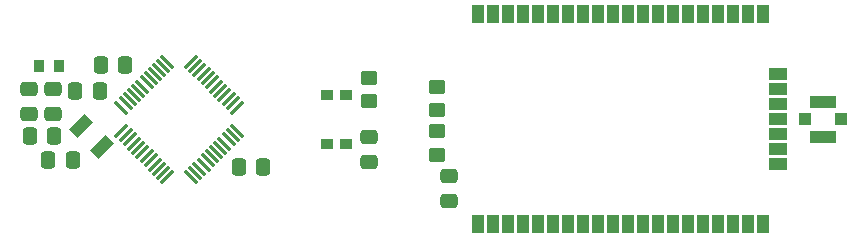
<source format=gtp>
G04 #@! TF.GenerationSoftware,KiCad,Pcbnew,6.0.8-f2edbf62ab~116~ubuntu22.04.1*
G04 #@! TF.CreationDate,2022-10-28T12:05:05+02:00*
G04 #@! TF.ProjectId,FLWSB-SAMDaaNo21,464c5753-422d-4534-914d-4461614e6f32,1.0*
G04 #@! TF.SameCoordinates,Original*
G04 #@! TF.FileFunction,Paste,Top*
G04 #@! TF.FilePolarity,Positive*
%FSLAX46Y46*%
G04 Gerber Fmt 4.6, Leading zero omitted, Abs format (unit mm)*
G04 Created by KiCad (PCBNEW 6.0.8-f2edbf62ab~116~ubuntu22.04.1) date 2022-10-28 12:05:05*
%MOMM*%
%LPD*%
G01*
G04 APERTURE LIST*
G04 Aperture macros list*
%AMRoundRect*
0 Rectangle with rounded corners*
0 $1 Rounding radius*
0 $2 $3 $4 $5 $6 $7 $8 $9 X,Y pos of 4 corners*
0 Add a 4 corners polygon primitive as box body*
4,1,4,$2,$3,$4,$5,$6,$7,$8,$9,$2,$3,0*
0 Add four circle primitives for the rounded corners*
1,1,$1+$1,$2,$3*
1,1,$1+$1,$4,$5*
1,1,$1+$1,$6,$7*
1,1,$1+$1,$8,$9*
0 Add four rect primitives between the rounded corners*
20,1,$1+$1,$2,$3,$4,$5,0*
20,1,$1+$1,$4,$5,$6,$7,0*
20,1,$1+$1,$6,$7,$8,$9,0*
20,1,$1+$1,$8,$9,$2,$3,0*%
%AMRotRect*
0 Rectangle, with rotation*
0 The origin of the aperture is its center*
0 $1 length*
0 $2 width*
0 $3 Rotation angle, in degrees counterclockwise*
0 Add horizontal line*
21,1,$1,$2,0,0,$3*%
G04 Aperture macros list end*
%ADD10RoundRect,0.250000X-0.337500X-0.475000X0.337500X-0.475000X0.337500X0.475000X-0.337500X0.475000X0*%
%ADD11R,1.000000X1.000000*%
%ADD12R,2.200000X1.050000*%
%ADD13R,0.990600X0.889000*%
%ADD14RoundRect,0.250000X-0.450000X0.350000X-0.450000X-0.350000X0.450000X-0.350000X0.450000X0.350000X0*%
%ADD15RoundRect,0.250000X0.475000X-0.337500X0.475000X0.337500X-0.475000X0.337500X-0.475000X-0.337500X0*%
%ADD16R,1.016000X1.524000*%
%ADD17R,1.524000X1.016000*%
%ADD18RoundRect,0.250000X0.450000X-0.350000X0.450000X0.350000X-0.450000X0.350000X-0.450000X-0.350000X0*%
%ADD19R,0.900000X1.000000*%
%ADD20RoundRect,0.075000X-0.415425X-0.521491X0.521491X0.415425X0.415425X0.521491X-0.521491X-0.415425X0*%
%ADD21RoundRect,0.075000X0.415425X-0.521491X0.521491X-0.415425X-0.415425X0.521491X-0.521491X0.415425X0*%
%ADD22RoundRect,0.250000X0.337500X0.475000X-0.337500X0.475000X-0.337500X-0.475000X0.337500X-0.475000X0*%
%ADD23RotRect,1.000000X1.800000X315.000000*%
G04 APERTURE END LIST*
D10*
X102960074Y-76339145D03*
X105035074Y-76339145D03*
D11*
X164749311Y-78725000D03*
D12*
X166249311Y-80200000D03*
X166249311Y-77250000D03*
D11*
X167749311Y-78725000D03*
D13*
X124294999Y-80789998D03*
X124294999Y-76690002D03*
X125895001Y-80789998D03*
X125895001Y-76690002D03*
D14*
X133599141Y-79736329D03*
X133599141Y-81736329D03*
D15*
X127847800Y-82317500D03*
X127847800Y-80242500D03*
D16*
X137083000Y-87625000D03*
X138353000Y-87625000D03*
X139623000Y-87625000D03*
X140893000Y-87625000D03*
X142163000Y-87625000D03*
X143433000Y-87625000D03*
X144703000Y-87625000D03*
X145973000Y-87625000D03*
X147243000Y-87625000D03*
X148513000Y-87625000D03*
X149783000Y-87625000D03*
X151053000Y-87625000D03*
X152323000Y-87625000D03*
X153593000Y-87625000D03*
X154863000Y-87625000D03*
X156133000Y-87625000D03*
X157403000Y-87625000D03*
X158673000Y-87625000D03*
X159943000Y-87625000D03*
X161213000Y-87625000D03*
D17*
X162483000Y-82525000D03*
X162483000Y-81255000D03*
X162483000Y-79985000D03*
X162483000Y-78715000D03*
X162483000Y-77445000D03*
X162483000Y-76175000D03*
X162483000Y-74905000D03*
D16*
X161213000Y-69825000D03*
X159943000Y-69825000D03*
X158673000Y-69825000D03*
X157403000Y-69825000D03*
X156133000Y-69825000D03*
X154863000Y-69825000D03*
X153593000Y-69825000D03*
X152323000Y-69825000D03*
X151053000Y-69825000D03*
X149783000Y-69825000D03*
X148513000Y-69825000D03*
X147243000Y-69825000D03*
X145973000Y-69825000D03*
X144703000Y-69825000D03*
X143433000Y-69825000D03*
X142163000Y-69825000D03*
X140893000Y-69825000D03*
X139623000Y-69825000D03*
X138353000Y-69825000D03*
X137083000Y-69825000D03*
D14*
X127847800Y-75200000D03*
X127847800Y-77200000D03*
D18*
X133597705Y-77979754D03*
X133597705Y-75979754D03*
D19*
X99860509Y-74251432D03*
X101560509Y-74251432D03*
D15*
X101092000Y-78275000D03*
X101092000Y-76200000D03*
X99060000Y-78275000D03*
X99060000Y-76200000D03*
D10*
X116818500Y-82804000D03*
X118893500Y-82804000D03*
D20*
X106872124Y-79738788D03*
X107225678Y-80092342D03*
X107579231Y-80445895D03*
X107932785Y-80799449D03*
X108286338Y-81153002D03*
X108639891Y-81506555D03*
X108993445Y-81860109D03*
X109346998Y-82213662D03*
X109700551Y-82567215D03*
X110054105Y-82920769D03*
X110407658Y-83274322D03*
X110761212Y-83627876D03*
D21*
X112758788Y-83627876D03*
X113112342Y-83274322D03*
X113465895Y-82920769D03*
X113819449Y-82567215D03*
X114173002Y-82213662D03*
X114526555Y-81860109D03*
X114880109Y-81506555D03*
X115233662Y-81153002D03*
X115587215Y-80799449D03*
X115940769Y-80445895D03*
X116294322Y-80092342D03*
X116647876Y-79738788D03*
D20*
X116647876Y-77741212D03*
X116294322Y-77387658D03*
X115940769Y-77034105D03*
X115587215Y-76680551D03*
X115233662Y-76326998D03*
X114880109Y-75973445D03*
X114526555Y-75619891D03*
X114173002Y-75266338D03*
X113819449Y-74912785D03*
X113465895Y-74559231D03*
X113112342Y-74205678D03*
X112758788Y-73852124D03*
D21*
X110761212Y-73852124D03*
X110407658Y-74205678D03*
X110054105Y-74559231D03*
X109700551Y-74912785D03*
X109346998Y-75266338D03*
X108993445Y-75619891D03*
X108639891Y-75973445D03*
X108286338Y-76326998D03*
X107932785Y-76680551D03*
X107579231Y-77034105D03*
X107225678Y-77387658D03*
X106872124Y-77741212D03*
D22*
X102752564Y-82190734D03*
X100677564Y-82190734D03*
X107209500Y-74168000D03*
X105134500Y-74168000D03*
D23*
X105181177Y-81088430D03*
X103413411Y-79320664D03*
D15*
X134620000Y-85619500D03*
X134620000Y-83544500D03*
D22*
X101159739Y-80171673D03*
X99084739Y-80171673D03*
M02*

</source>
